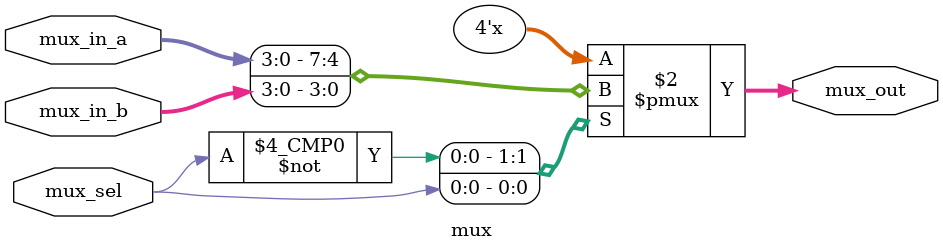
<source format=v>
module mux (
 input [3:0] mux_in_a,mux_in_b,
 input mux_sel,
 output reg [3:0] mux_out
);
   always @*
   begin 
     case(mux_sel)
     1'b0 : mux_out = mux_in_a;
     1'b1 : mux_out = mux_in_b;
     default :mux_out =4'bx;
     endcase
   end
endmodule
</source>
